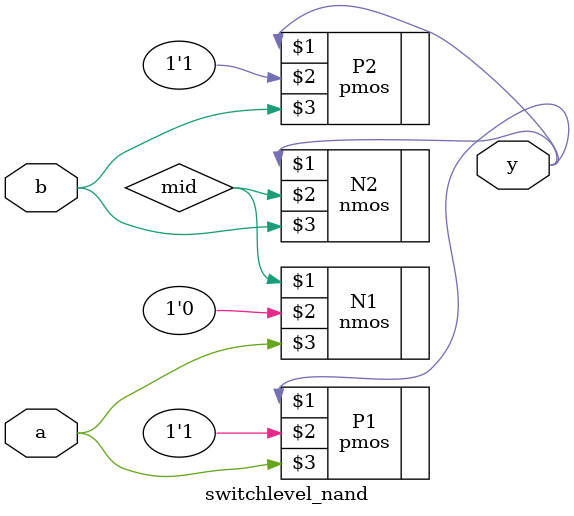
<source format=v>
module switchlevel_nand(input a, input b, output y);
    wire mid;
    pmos P1(y, 1'b1,a);
    pmos P2(y, 1'b1,b);
    nmos N1(mid,1'b0,a);
    nmos N2(y,mid,b);
endmodule

/* OUTPUT
meenakshi@meenakshi-Inspiron-3501:~/verilog/switchlevel_nand$ vvp switchlevel_nand.out
VCD info: dumpfile switchlevel_nand.vcd opened for output.
$time=0 | a=0 | b=0 | y=1
$time=10 | a=0 | b=1 | y=1
$time=20 | a=1 | b=0 | y=1
$time=30 | a=1 | b=1 | y=0
switchlevel_nand_tb.v:18: $finish called at 40 (1s)
*/

</source>
